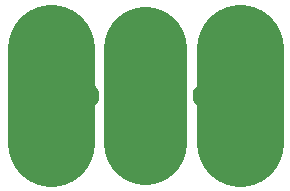
<source format=gbs>
%TF.GenerationSoftware,KiCad,Pcbnew,4.0.5-e0-6337~49~ubuntu16.04.1*%
%TF.CreationDate,2017-01-19T00:26:37-08:00*%
%TF.ProjectId,2x3-Potentiometer-P160K-TH,3278332D506F74656E74696F6D657465,1.0*%
%TF.FileFunction,Soldermask,Bot*%
%FSLAX46Y46*%
G04 Gerber Fmt 4.6, Leading zero omitted, Abs format (unit mm)*
G04 Created by KiCad (PCBNEW 4.0.5-e0-6337~49~ubuntu16.04.1) date Thu Jan 19 00:26:37 2017*
%MOMM*%
%LPD*%
G01*
G04 APERTURE LIST*
%ADD10C,0.350000*%
%ADD11C,7.400000*%
%ADD12C,7.000000*%
G04 APERTURE END LIST*
D10*
D11*
X142935960Y-94682040D02*
X142935960Y-102682040D01*
D12*
X134935960Y-94682040D02*
X134935960Y-102682040D01*
D11*
X126935960Y-94682040D02*
X126935960Y-102682040D01*
D10*
G36*
X127259070Y-99607887D02*
X127850015Y-99729191D01*
X128406158Y-99962972D01*
X128906294Y-100300318D01*
X129331381Y-100728383D01*
X129665226Y-101230861D01*
X129895116Y-101788616D01*
X130012224Y-102380054D01*
X130012224Y-102380064D01*
X130012291Y-102380403D01*
X130002670Y-103069456D01*
X130002593Y-103069794D01*
X130002593Y-103069802D01*
X129869017Y-103657741D01*
X129623645Y-104208856D01*
X129275897Y-104701818D01*
X128839022Y-105117849D01*
X128329660Y-105441101D01*
X127767214Y-105659259D01*
X127173107Y-105764016D01*
X126569963Y-105751382D01*
X125980760Y-105621837D01*
X125427942Y-105380317D01*
X124932567Y-105036022D01*
X124513497Y-104602063D01*
X124186698Y-104094970D01*
X123964616Y-103534054D01*
X123855715Y-102940698D01*
X123864137Y-102337481D01*
X123989566Y-101747387D01*
X124227219Y-101192898D01*
X124568051Y-100695128D01*
X124999072Y-100273040D01*
X125503873Y-99942708D01*
X126063219Y-99716717D01*
X126655805Y-99603676D01*
X127259070Y-99607887D01*
X127259070Y-99607887D01*
G37*
G36*
X135259070Y-91607887D02*
X135850015Y-91729191D01*
X136406158Y-91962972D01*
X136906294Y-92300318D01*
X137331381Y-92728383D01*
X137665226Y-93230861D01*
X137895116Y-93788616D01*
X138012224Y-94380054D01*
X138012224Y-94380064D01*
X138012291Y-94380403D01*
X138002670Y-95069456D01*
X138002593Y-95069794D01*
X138002593Y-95069802D01*
X137869017Y-95657741D01*
X137623645Y-96208856D01*
X137275897Y-96701818D01*
X136839022Y-97117849D01*
X136329660Y-97441101D01*
X135767214Y-97659259D01*
X135690053Y-97672864D01*
X135676465Y-97677302D01*
X135664651Y-97685350D01*
X135655547Y-97696371D01*
X135649873Y-97709491D01*
X135648080Y-97723673D01*
X135650309Y-97737793D01*
X135656383Y-97750733D01*
X135670467Y-97765007D01*
X135737303Y-97810089D01*
X135892928Y-97966803D01*
X136015148Y-98150760D01*
X136099311Y-98354955D01*
X136142140Y-98571261D01*
X136142140Y-98571266D01*
X136142208Y-98571610D01*
X136138686Y-98823873D01*
X136138609Y-98824211D01*
X136138609Y-98824220D01*
X136089756Y-99039248D01*
X135999926Y-99241009D01*
X135872614Y-99421483D01*
X135712674Y-99573794D01*
X135667380Y-99602538D01*
X135656508Y-99611820D01*
X135648653Y-99623763D01*
X135644435Y-99637421D01*
X135644190Y-99651714D01*
X135647936Y-99665509D01*
X135655378Y-99677714D01*
X135665925Y-99687363D01*
X135684385Y-99695192D01*
X135850015Y-99729191D01*
X136406158Y-99962972D01*
X136906294Y-100300318D01*
X137331381Y-100728383D01*
X137665226Y-101230861D01*
X137895116Y-101788616D01*
X138012224Y-102380054D01*
X138012224Y-102380064D01*
X138012291Y-102380403D01*
X138002670Y-103069456D01*
X138002593Y-103069794D01*
X138002593Y-103069802D01*
X137869017Y-103657741D01*
X137623645Y-104208856D01*
X137275897Y-104701818D01*
X136839022Y-105117849D01*
X136329660Y-105441101D01*
X135767214Y-105659259D01*
X135173107Y-105764016D01*
X134569963Y-105751382D01*
X133980760Y-105621837D01*
X133427942Y-105380317D01*
X132932567Y-105036022D01*
X132513497Y-104602063D01*
X132186698Y-104094970D01*
X131964616Y-103534054D01*
X131855715Y-102940698D01*
X131864137Y-102337481D01*
X131989566Y-101747387D01*
X132227219Y-101192898D01*
X132568051Y-100695128D01*
X132999072Y-100273040D01*
X133503873Y-99942708D01*
X134063219Y-99716717D01*
X134311754Y-99669307D01*
X134325279Y-99664680D01*
X134336979Y-99656467D01*
X134345929Y-99645321D01*
X134351418Y-99632122D01*
X134353013Y-99617917D01*
X134350588Y-99603829D01*
X134344333Y-99590975D01*
X134331227Y-99577693D01*
X134282519Y-99543840D01*
X134129092Y-99384961D01*
X134009452Y-99199315D01*
X133928146Y-98993961D01*
X133888278Y-98776736D01*
X133891361Y-98555897D01*
X133937281Y-98339862D01*
X134024285Y-98136863D01*
X134149065Y-97954628D01*
X134306862Y-97800102D01*
X134327635Y-97786509D01*
X134338376Y-97777077D01*
X134346064Y-97765025D01*
X134350091Y-97751309D01*
X134350136Y-97737015D01*
X134346198Y-97723273D01*
X134338587Y-97711173D01*
X134327907Y-97701672D01*
X134310728Y-97694386D01*
X133980760Y-97621837D01*
X133427942Y-97380317D01*
X132932567Y-97036022D01*
X132513497Y-96602063D01*
X132186698Y-96094970D01*
X131964616Y-95534054D01*
X131855715Y-94940698D01*
X131864137Y-94337481D01*
X131989566Y-93747387D01*
X132227219Y-93192898D01*
X132568051Y-92695128D01*
X132999072Y-92273040D01*
X133503873Y-91942708D01*
X134063219Y-91716717D01*
X134655805Y-91603676D01*
X135259070Y-91607887D01*
X135259070Y-91607887D01*
G37*
G36*
X143259070Y-99607887D02*
X143850015Y-99729191D01*
X144406158Y-99962972D01*
X144906294Y-100300318D01*
X145331381Y-100728383D01*
X145665226Y-101230861D01*
X145895116Y-101788616D01*
X146012224Y-102380054D01*
X146012224Y-102380064D01*
X146012291Y-102380403D01*
X146002670Y-103069456D01*
X146002593Y-103069794D01*
X146002593Y-103069802D01*
X145869017Y-103657741D01*
X145623645Y-104208856D01*
X145275897Y-104701818D01*
X144839022Y-105117849D01*
X144329660Y-105441101D01*
X143767214Y-105659259D01*
X143173107Y-105764016D01*
X142569963Y-105751382D01*
X141980760Y-105621837D01*
X141427942Y-105380317D01*
X140932567Y-105036022D01*
X140513497Y-104602063D01*
X140186698Y-104094970D01*
X139964616Y-103534054D01*
X139855715Y-102940698D01*
X139864137Y-102337481D01*
X139989566Y-101747387D01*
X140227219Y-101192898D01*
X140568051Y-100695128D01*
X140999072Y-100273040D01*
X141503873Y-99942708D01*
X142063219Y-99716717D01*
X142655805Y-99603676D01*
X143259070Y-99607887D01*
X143259070Y-99607887D01*
G37*
G36*
X130054253Y-97556588D02*
X130270594Y-97600997D01*
X130474203Y-97686586D01*
X130657303Y-97810089D01*
X130812928Y-97966803D01*
X130935148Y-98150760D01*
X131019311Y-98354955D01*
X131062140Y-98571261D01*
X131062140Y-98571266D01*
X131062208Y-98571610D01*
X131058686Y-98823873D01*
X131058609Y-98824211D01*
X131058609Y-98824220D01*
X131009756Y-99039248D01*
X130919926Y-99241009D01*
X130792614Y-99421483D01*
X130632674Y-99573793D01*
X130446196Y-99692136D01*
X130240281Y-99772005D01*
X130022781Y-99810356D01*
X129801967Y-99805730D01*
X129586260Y-99758305D01*
X129383871Y-99669883D01*
X129202519Y-99543840D01*
X129049092Y-99384961D01*
X128929452Y-99199315D01*
X128848146Y-98993961D01*
X128808278Y-98776736D01*
X128811361Y-98555897D01*
X128857281Y-98339862D01*
X128944285Y-98136863D01*
X129069065Y-97954628D01*
X129226862Y-97800102D01*
X129411671Y-97679166D01*
X129616449Y-97596430D01*
X129833393Y-97555047D01*
X130054253Y-97556588D01*
X130054253Y-97556588D01*
G37*
G36*
X140214253Y-97556588D02*
X140430594Y-97600997D01*
X140634203Y-97686586D01*
X140817303Y-97810089D01*
X140972928Y-97966803D01*
X141095148Y-98150760D01*
X141179311Y-98354955D01*
X141222140Y-98571261D01*
X141222140Y-98571266D01*
X141222208Y-98571610D01*
X141218686Y-98823873D01*
X141218609Y-98824211D01*
X141218609Y-98824220D01*
X141169756Y-99039248D01*
X141079926Y-99241009D01*
X140952614Y-99421483D01*
X140792674Y-99573793D01*
X140606196Y-99692136D01*
X140400281Y-99772005D01*
X140182781Y-99810356D01*
X139961967Y-99805730D01*
X139746260Y-99758305D01*
X139543871Y-99669883D01*
X139362519Y-99543840D01*
X139209092Y-99384961D01*
X139089452Y-99199315D01*
X139008146Y-98993961D01*
X138968278Y-98776736D01*
X138971361Y-98555897D01*
X139017281Y-98339862D01*
X139104285Y-98136863D01*
X139229065Y-97954628D01*
X139386862Y-97800102D01*
X139571671Y-97679166D01*
X139776449Y-97596430D01*
X139993393Y-97555047D01*
X140214253Y-97556588D01*
X140214253Y-97556588D01*
G37*
G36*
X127259070Y-91607887D02*
X127850015Y-91729191D01*
X128406158Y-91962972D01*
X128906294Y-92300318D01*
X129331381Y-92728383D01*
X129665226Y-93230861D01*
X129895116Y-93788616D01*
X130012224Y-94380054D01*
X130012224Y-94380064D01*
X130012291Y-94380403D01*
X130002670Y-95069456D01*
X130002593Y-95069794D01*
X130002593Y-95069802D01*
X129869017Y-95657741D01*
X129623645Y-96208856D01*
X129275897Y-96701818D01*
X128839022Y-97117849D01*
X128329660Y-97441101D01*
X127767214Y-97659259D01*
X127173107Y-97764016D01*
X126569963Y-97751382D01*
X125980760Y-97621837D01*
X125427942Y-97380317D01*
X124932567Y-97036022D01*
X124513497Y-96602063D01*
X124186698Y-96094970D01*
X123964616Y-95534054D01*
X123855715Y-94940698D01*
X123864137Y-94337481D01*
X123989566Y-93747387D01*
X124227219Y-93192898D01*
X124568051Y-92695128D01*
X124999072Y-92273040D01*
X125503873Y-91942708D01*
X126063219Y-91716717D01*
X126655805Y-91603676D01*
X127259070Y-91607887D01*
X127259070Y-91607887D01*
G37*
G36*
X143259070Y-91607887D02*
X143850015Y-91729191D01*
X144406158Y-91962972D01*
X144906294Y-92300318D01*
X145331381Y-92728383D01*
X145665226Y-93230861D01*
X145895116Y-93788616D01*
X146012224Y-94380054D01*
X146012224Y-94380064D01*
X146012291Y-94380403D01*
X146002670Y-95069456D01*
X146002593Y-95069794D01*
X146002593Y-95069802D01*
X145869017Y-95657741D01*
X145623645Y-96208856D01*
X145275897Y-96701818D01*
X144839022Y-97117849D01*
X144329660Y-97441101D01*
X143767214Y-97659259D01*
X143173107Y-97764016D01*
X142569963Y-97751382D01*
X141980760Y-97621837D01*
X141427942Y-97380317D01*
X140932567Y-97036022D01*
X140513497Y-96602063D01*
X140186698Y-96094970D01*
X139964616Y-95534054D01*
X139855715Y-94940698D01*
X139864137Y-94337481D01*
X139989566Y-93747387D01*
X140227219Y-93192898D01*
X140568051Y-92695128D01*
X140999072Y-92273040D01*
X141503873Y-91942708D01*
X142063219Y-91716717D01*
X142655805Y-91603676D01*
X143259070Y-91607887D01*
X143259070Y-91607887D01*
G37*
M02*

</source>
